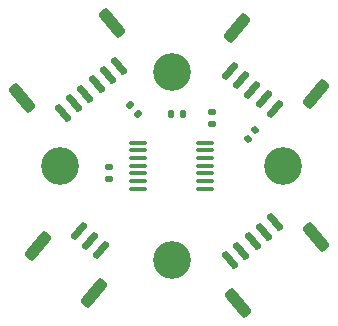
<source format=gbr>
%TF.GenerationSoftware,KiCad,Pcbnew,9.0.3*%
%TF.CreationDate,2025-08-07T14:52:45-06:00*%
%TF.ProjectId,EncoderBoard,456e636f-6465-4724-926f-6172642e6b69,rev?*%
%TF.SameCoordinates,Original*%
%TF.FileFunction,Soldermask,Top*%
%TF.FilePolarity,Negative*%
%FSLAX46Y46*%
G04 Gerber Fmt 4.6, Leading zero omitted, Abs format (unit mm)*
G04 Created by KiCad (PCBNEW 9.0.3) date 2025-08-07 14:52:45*
%MOMM*%
%LPD*%
G01*
G04 APERTURE LIST*
G04 Aperture macros list*
%AMRoundRect*
0 Rectangle with rounded corners*
0 $1 Rounding radius*
0 $2 $3 $4 $5 $6 $7 $8 $9 X,Y pos of 4 corners*
0 Add a 4 corners polygon primitive as box body*
4,1,4,$2,$3,$4,$5,$6,$7,$8,$9,$2,$3,0*
0 Add four circle primitives for the rounded corners*
1,1,$1+$1,$2,$3*
1,1,$1+$1,$4,$5*
1,1,$1+$1,$6,$7*
1,1,$1+$1,$8,$9*
0 Add four rect primitives between the rounded corners*
20,1,$1+$1,$2,$3,$4,$5,0*
20,1,$1+$1,$4,$5,$6,$7,0*
20,1,$1+$1,$6,$7,$8,$9,0*
20,1,$1+$1,$8,$9,$2,$3,0*%
G04 Aperture macros list end*
%ADD10RoundRect,0.135000X0.185000X-0.135000X0.185000X0.135000X-0.185000X0.135000X-0.185000X-0.135000X0*%
%ADD11RoundRect,0.140000X0.170000X-0.140000X0.170000X0.140000X-0.170000X0.140000X-0.170000X-0.140000X0*%
%ADD12RoundRect,0.140000X0.040237X-0.216520X0.220218X-0.002028X-0.040237X0.216520X-0.220218X0.002028X0*%
%ADD13RoundRect,0.150000X-0.335045X0.632649X-0.564858X0.439813X0.335045X-0.632649X0.564858X-0.439813X0*%
%ADD14RoundRect,0.250000X-0.515555X1.003346X-0.898577X0.681952X0.515555X-1.003346X0.898577X-0.681952X0*%
%ADD15RoundRect,0.100000X-0.637500X-0.100000X0.637500X-0.100000X0.637500X0.100000X-0.637500X0.100000X0*%
%ADD16RoundRect,0.150000X-0.564858X-0.439813X-0.335045X-0.632649X0.564858X0.439813X0.335045X0.632649X0*%
%ADD17RoundRect,0.250000X-0.898577X-0.681952X-0.515555X-1.003346X0.898577X0.681952X0.515555X1.003346X0*%
%ADD18RoundRect,0.135000X0.135000X0.185000X-0.135000X0.185000X-0.135000X-0.185000X0.135000X-0.185000X0*%
%ADD19RoundRect,0.135000X0.226274X0.035355X0.035355X0.226274X-0.226274X-0.035355X-0.035355X-0.226274X0*%
%ADD20RoundRect,0.150000X0.564858X0.439813X0.335045X0.632649X-0.564858X-0.439813X-0.335045X-0.632649X0*%
%ADD21RoundRect,0.250000X0.898577X0.681952X0.515555X1.003346X-0.898577X-0.681952X-0.515555X-1.003346X0*%
%ADD22C,3.200000*%
%ADD23RoundRect,0.150000X0.335045X-0.632649X0.564858X-0.439813X-0.335045X0.632649X-0.564858X0.439813X0*%
%ADD24RoundRect,0.250000X0.515555X-1.003346X0.898577X-0.681952X-0.515555X1.003346X-0.898577X0.681952X0*%
G04 APERTURE END LIST*
D10*
%TO.C,R3*%
X144700000Y-101110000D03*
X144700000Y-100090000D03*
%TD*%
D11*
%TO.C,C2*%
X153450000Y-95470000D03*
X153450000Y-96430000D03*
%TD*%
D12*
%TO.C,C1*%
X156441462Y-97717701D03*
X157058538Y-96982299D03*
%TD*%
D13*
%TO.C,J1*%
X145558046Y-91508471D03*
X144600490Y-92311955D03*
X143642935Y-93115440D03*
X142685379Y-93918924D03*
X141727824Y-94722409D03*
X140770268Y-95525894D03*
D14*
X144918308Y-87867972D03*
X137296166Y-94263708D03*
%TD*%
D15*
%TO.C,U1*%
X147137500Y-98050000D03*
X147137500Y-98700000D03*
X147137500Y-99350000D03*
X147137500Y-100000000D03*
X147137500Y-100650000D03*
X147137500Y-101300000D03*
X147137500Y-101950000D03*
X152862500Y-101950000D03*
X152862500Y-101300000D03*
X152862500Y-100650000D03*
X152862500Y-100000000D03*
X152862500Y-99350000D03*
X152862500Y-98700000D03*
X152862500Y-98050000D03*
%TD*%
D16*
%TO.C,J4*%
X142123438Y-105550870D03*
X143080993Y-106354355D03*
X144038549Y-107157839D03*
D17*
X138649335Y-106813055D03*
X143398811Y-110798339D03*
%TD*%
D18*
%TO.C,R1*%
X150960000Y-95650000D03*
X149940000Y-95650000D03*
%TD*%
D19*
%TO.C,R2*%
X147160625Y-95610626D03*
X146439375Y-94889374D03*
%TD*%
D20*
%TO.C,J2*%
X158734118Y-95177616D03*
X157776564Y-94374131D03*
X156819008Y-93570646D03*
X155861452Y-92767162D03*
X154903898Y-91963678D03*
D21*
X162208222Y-93915430D03*
X155543635Y-88323178D03*
%TD*%
D22*
%TO.C,H4*%
X140550000Y-100000000D03*
%TD*%
%TO.C,H2*%
X150000000Y-92050000D03*
%TD*%
D23*
%TO.C,J3*%
X154953897Y-108011323D03*
X155911452Y-107207838D03*
X156869008Y-106404354D03*
X157826563Y-105600869D03*
X158784119Y-104797385D03*
D24*
X155593635Y-111651822D03*
X162258222Y-106059570D03*
%TD*%
D22*
%TO.C,H1*%
X150000000Y-107950000D03*
%TD*%
%TO.C,H3*%
X159450000Y-100000000D03*
%TD*%
M02*

</source>
